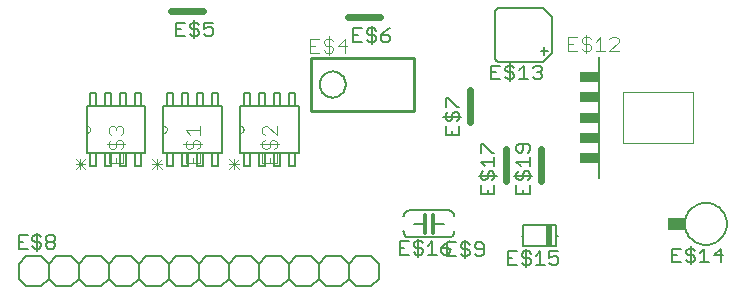
<source format=gto>
G75*
%MOIN*%
%OFA0B0*%
%FSLAX24Y24*%
%IPPOS*%
%LPD*%
%AMOC8*
5,1,8,0,0,1.08239X$1,22.5*
%
%ADD10C,0.0100*%
%ADD11C,0.0060*%
%ADD12C,0.0040*%
%ADD13C,0.0080*%
%ADD14R,0.0660X0.0380*%
%ADD15C,0.0038*%
%ADD16C,0.0050*%
%ADD17R,0.0200X0.0700*%
%ADD18C,0.0240*%
%ADD19R,0.0540X0.0420*%
%ADD20C,0.0120*%
%ADD21C,0.0000*%
%ADD22C,0.0030*%
D10*
X032429Y020401D02*
X032429Y022173D01*
X035854Y022173D01*
X035854Y020401D01*
X032429Y020401D01*
D11*
X022919Y014567D02*
X022669Y014817D01*
X022669Y015317D01*
X022919Y015567D01*
X023419Y015567D01*
X023669Y015317D01*
X023919Y015567D01*
X024419Y015567D01*
X024669Y015317D01*
X024669Y014817D01*
X024419Y014567D01*
X023919Y014567D01*
X023669Y014817D01*
X023419Y014567D01*
X022919Y014567D01*
X023669Y014817D02*
X023669Y015317D01*
X024669Y015317D02*
X024919Y015567D01*
X025419Y015567D01*
X025669Y015317D01*
X025919Y015567D01*
X026419Y015567D01*
X026669Y015317D01*
X026919Y015567D01*
X027419Y015567D01*
X027669Y015317D01*
X027669Y014817D01*
X027419Y014567D01*
X026919Y014567D01*
X026669Y014817D01*
X026419Y014567D01*
X025919Y014567D01*
X025669Y014817D01*
X025419Y014567D01*
X024919Y014567D01*
X024669Y014817D01*
X025669Y014817D02*
X025669Y015317D01*
X026669Y015317D02*
X026669Y014817D01*
X027669Y014817D02*
X027919Y014567D01*
X028419Y014567D01*
X028669Y014817D01*
X028919Y014567D01*
X029419Y014567D01*
X029669Y014817D01*
X029919Y014567D01*
X030419Y014567D01*
X030669Y014817D01*
X030669Y015317D01*
X030419Y015567D01*
X029919Y015567D01*
X029669Y015317D01*
X029669Y014817D01*
X029669Y015317D02*
X029419Y015567D01*
X028919Y015567D01*
X028669Y015317D01*
X028669Y014817D01*
X028669Y015317D02*
X028419Y015567D01*
X027919Y015567D01*
X027669Y015317D01*
X030669Y015317D02*
X030919Y015567D01*
X031419Y015567D01*
X031669Y015317D01*
X031919Y015567D01*
X032419Y015567D01*
X032669Y015317D01*
X032919Y015567D01*
X033419Y015567D01*
X033669Y015317D01*
X033919Y015567D01*
X034419Y015567D01*
X034669Y015317D01*
X034669Y014817D01*
X034419Y014567D01*
X033919Y014567D01*
X033669Y014817D01*
X033419Y014567D01*
X032919Y014567D01*
X032669Y014817D01*
X032419Y014567D01*
X031919Y014567D01*
X031669Y014817D01*
X031419Y014567D01*
X030919Y014567D01*
X030669Y014817D01*
X031669Y014817D02*
X031669Y015317D01*
X032669Y015317D02*
X032669Y014817D01*
X033669Y014817D02*
X033669Y015317D01*
X035696Y016191D02*
X036996Y016191D01*
X037022Y016193D01*
X037048Y016198D01*
X037073Y016206D01*
X037096Y016218D01*
X037118Y016232D01*
X037137Y016250D01*
X037155Y016269D01*
X037169Y016291D01*
X037181Y016314D01*
X037189Y016339D01*
X037194Y016365D01*
X037196Y016391D01*
X036846Y016641D02*
X036466Y016641D01*
X036216Y016641D02*
X035846Y016641D01*
X035496Y016391D02*
X035498Y016365D01*
X035503Y016339D01*
X035511Y016314D01*
X035523Y016291D01*
X035537Y016269D01*
X035555Y016250D01*
X035574Y016232D01*
X035596Y016218D01*
X035619Y016206D01*
X035644Y016198D01*
X035670Y016193D01*
X035696Y016191D01*
X035496Y016891D02*
X035498Y016917D01*
X035503Y016943D01*
X035511Y016968D01*
X035523Y016991D01*
X035537Y017013D01*
X035555Y017032D01*
X035574Y017050D01*
X035596Y017064D01*
X035619Y017076D01*
X035644Y017084D01*
X035670Y017089D01*
X035696Y017091D01*
X036996Y017091D01*
X037022Y017089D01*
X037048Y017084D01*
X037073Y017076D01*
X037096Y017064D01*
X037118Y017050D01*
X037137Y017032D01*
X037155Y017013D01*
X037169Y016991D01*
X037181Y016968D01*
X037189Y016943D01*
X037194Y016917D01*
X037196Y016891D01*
X039497Y016598D02*
X039497Y016248D01*
X039497Y015898D01*
X040597Y015898D01*
X040597Y016248D01*
X040597Y016598D01*
X039497Y016598D01*
X039497Y016248D02*
X039447Y016248D01*
X040597Y016248D02*
X040647Y016248D01*
X044874Y016641D02*
X044876Y016693D01*
X044882Y016745D01*
X044892Y016797D01*
X044905Y016847D01*
X044922Y016897D01*
X044943Y016945D01*
X044968Y016991D01*
X044996Y017035D01*
X045027Y017077D01*
X045061Y017117D01*
X045098Y017154D01*
X045138Y017188D01*
X045180Y017219D01*
X045224Y017247D01*
X045270Y017272D01*
X045318Y017293D01*
X045368Y017310D01*
X045418Y017323D01*
X045470Y017333D01*
X045522Y017339D01*
X045574Y017341D01*
X045626Y017339D01*
X045678Y017333D01*
X045730Y017323D01*
X045780Y017310D01*
X045830Y017293D01*
X045878Y017272D01*
X045924Y017247D01*
X045968Y017219D01*
X046010Y017188D01*
X046050Y017154D01*
X046087Y017117D01*
X046121Y017077D01*
X046152Y017035D01*
X046180Y016991D01*
X046205Y016945D01*
X046226Y016897D01*
X046243Y016847D01*
X046256Y016797D01*
X046266Y016745D01*
X046272Y016693D01*
X046274Y016641D01*
X046272Y016589D01*
X046266Y016537D01*
X046256Y016485D01*
X046243Y016435D01*
X046226Y016385D01*
X046205Y016337D01*
X046180Y016291D01*
X046152Y016247D01*
X046121Y016205D01*
X046087Y016165D01*
X046050Y016128D01*
X046010Y016094D01*
X045968Y016063D01*
X045924Y016035D01*
X045878Y016010D01*
X045830Y015989D01*
X045780Y015972D01*
X045730Y015959D01*
X045678Y015949D01*
X045626Y015943D01*
X045574Y015941D01*
X045522Y015943D01*
X045470Y015949D01*
X045418Y015959D01*
X045368Y015972D01*
X045318Y015989D01*
X045270Y016010D01*
X045224Y016035D01*
X045180Y016063D01*
X045138Y016094D01*
X045098Y016128D01*
X045061Y016165D01*
X045027Y016205D01*
X044996Y016247D01*
X044968Y016291D01*
X044943Y016337D01*
X044922Y016385D01*
X044905Y016435D01*
X044892Y016485D01*
X044882Y016537D01*
X044876Y016589D01*
X044874Y016641D01*
X040146Y022041D02*
X038696Y022041D01*
X038673Y022043D01*
X038650Y022048D01*
X038628Y022057D01*
X038608Y022070D01*
X038590Y022085D01*
X038575Y022103D01*
X038562Y022123D01*
X038553Y022145D01*
X038548Y022168D01*
X038546Y022191D01*
X038546Y023691D01*
X038548Y023714D01*
X038553Y023737D01*
X038562Y023759D01*
X038575Y023779D01*
X038590Y023797D01*
X038608Y023812D01*
X038628Y023825D01*
X038650Y023834D01*
X038673Y023839D01*
X038696Y023841D01*
X040146Y023841D01*
X040446Y023541D01*
X040446Y022341D01*
X040146Y022041D01*
X040196Y022281D02*
X040196Y022531D01*
X040066Y022401D02*
X040326Y022401D01*
X032703Y021287D02*
X032705Y021328D01*
X032711Y021369D01*
X032721Y021409D01*
X032734Y021448D01*
X032751Y021486D01*
X032772Y021522D01*
X032796Y021555D01*
X032823Y021586D01*
X032853Y021615D01*
X032885Y021641D01*
X032920Y021663D01*
X032957Y021682D01*
X032995Y021697D01*
X033035Y021709D01*
X033075Y021717D01*
X033116Y021721D01*
X033158Y021721D01*
X033199Y021717D01*
X033239Y021709D01*
X033279Y021697D01*
X033317Y021682D01*
X033354Y021663D01*
X033389Y021641D01*
X033421Y021615D01*
X033451Y021586D01*
X033478Y021555D01*
X033502Y021522D01*
X033523Y021486D01*
X033540Y021448D01*
X033553Y021409D01*
X033563Y021369D01*
X033569Y021328D01*
X033571Y021287D01*
X033569Y021246D01*
X033563Y021205D01*
X033553Y021165D01*
X033540Y021126D01*
X033523Y021088D01*
X033502Y021052D01*
X033478Y021019D01*
X033451Y020988D01*
X033421Y020959D01*
X033389Y020933D01*
X033354Y020911D01*
X033317Y020892D01*
X033279Y020877D01*
X033239Y020865D01*
X033199Y020857D01*
X033158Y020853D01*
X033116Y020853D01*
X033075Y020857D01*
X033035Y020865D01*
X032995Y020877D01*
X032957Y020892D01*
X032920Y020911D01*
X032885Y020933D01*
X032853Y020959D01*
X032823Y020988D01*
X032796Y021019D01*
X032772Y021052D01*
X032751Y021088D01*
X032734Y021126D01*
X032721Y021165D01*
X032711Y021205D01*
X032705Y021246D01*
X032703Y021287D01*
X031881Y021011D02*
X031881Y020571D01*
X031681Y020571D01*
X031681Y021011D01*
X031881Y021011D01*
X032011Y020571D02*
X030051Y020571D01*
X030051Y019671D01*
X030051Y019011D01*
X032011Y019011D01*
X032011Y020571D01*
X031381Y020571D02*
X031381Y021011D01*
X031181Y021011D01*
X031181Y020571D01*
X031381Y020571D01*
X030881Y020571D02*
X030881Y021011D01*
X030681Y021011D01*
X030681Y020571D01*
X030881Y020571D01*
X030381Y020571D02*
X030381Y021011D01*
X030181Y021011D01*
X030181Y020571D01*
X030381Y020571D01*
X029452Y020571D02*
X027492Y020571D01*
X027492Y019671D01*
X027492Y019011D01*
X029452Y019011D01*
X029452Y020571D01*
X029322Y020571D02*
X029322Y021011D01*
X029122Y021011D01*
X029122Y020571D01*
X029322Y020571D01*
X028822Y020571D02*
X028822Y021011D01*
X028622Y021011D01*
X028622Y020571D01*
X028822Y020571D01*
X028322Y020571D02*
X028322Y021011D01*
X028122Y021011D01*
X028122Y020571D01*
X028322Y020571D01*
X027822Y020571D02*
X027822Y021011D01*
X027622Y021011D01*
X027622Y020571D01*
X027822Y020571D01*
X026893Y020571D02*
X024933Y020571D01*
X024933Y019671D01*
X024933Y019011D01*
X026893Y019011D01*
X026893Y020571D01*
X026763Y020571D02*
X026763Y021011D01*
X026563Y021011D01*
X026563Y020571D01*
X026763Y020571D01*
X026263Y020571D02*
X026263Y021011D01*
X026063Y021011D01*
X026063Y020571D01*
X026263Y020571D01*
X025763Y020571D02*
X025763Y021011D01*
X025563Y021011D01*
X025563Y020571D01*
X025763Y020571D01*
X025263Y020571D02*
X025263Y021011D01*
X025063Y021011D01*
X025063Y020571D01*
X025263Y020571D01*
X025263Y019011D02*
X025263Y018571D01*
X025063Y018571D01*
X025063Y019011D01*
X025263Y019011D01*
X025563Y019011D02*
X025563Y018571D01*
X025763Y018571D01*
X025763Y019011D01*
X025563Y019011D01*
X026063Y019011D02*
X026063Y018571D01*
X026263Y018571D01*
X026263Y019011D01*
X026063Y019011D01*
X026563Y019011D02*
X026563Y018571D01*
X026763Y018571D01*
X026763Y019011D01*
X026563Y019011D01*
X027622Y019011D02*
X027622Y018571D01*
X027822Y018571D01*
X027822Y019011D01*
X027622Y019011D01*
X028122Y019011D02*
X028122Y018571D01*
X028322Y018571D01*
X028322Y019011D01*
X028122Y019011D01*
X028622Y019011D02*
X028622Y018571D01*
X028822Y018571D01*
X028822Y019011D01*
X028622Y019011D01*
X029122Y019011D02*
X029122Y018571D01*
X029322Y018571D01*
X029322Y019011D01*
X029122Y019011D01*
X030181Y019011D02*
X030181Y018571D01*
X030381Y018571D01*
X030381Y019011D01*
X030181Y019011D01*
X030681Y019011D02*
X030681Y018571D01*
X030881Y018571D01*
X030881Y019011D01*
X030681Y019011D01*
X031181Y019011D02*
X031181Y018571D01*
X031381Y018571D01*
X031381Y019011D01*
X031181Y019011D01*
X031681Y019011D02*
X031681Y018571D01*
X031881Y018571D01*
X031881Y019011D01*
X031681Y019011D01*
D12*
X032390Y022350D02*
X032697Y022350D01*
X032850Y022427D02*
X032927Y022350D01*
X033080Y022350D01*
X033157Y022427D01*
X033157Y022504D01*
X033080Y022581D01*
X032927Y022581D01*
X032850Y022657D01*
X032850Y022734D01*
X032927Y022811D01*
X033080Y022811D01*
X033157Y022734D01*
X033004Y022887D02*
X033004Y022274D01*
X033310Y022581D02*
X033541Y022811D01*
X033541Y022350D01*
X033617Y022581D02*
X033310Y022581D01*
X032697Y022811D02*
X032390Y022811D01*
X032390Y022350D01*
X032390Y022581D02*
X032543Y022581D01*
X040978Y022635D02*
X041132Y022635D01*
X041285Y022865D02*
X040978Y022865D01*
X040978Y022405D01*
X041285Y022405D01*
X041439Y022481D02*
X041515Y022405D01*
X041669Y022405D01*
X041746Y022481D01*
X041746Y022558D01*
X041669Y022635D01*
X041515Y022635D01*
X041439Y022712D01*
X041439Y022788D01*
X041515Y022865D01*
X041669Y022865D01*
X041746Y022788D01*
X041899Y022712D02*
X042053Y022865D01*
X042053Y022405D01*
X042206Y022405D02*
X041899Y022405D01*
X041592Y022328D02*
X041592Y022942D01*
X042360Y022788D02*
X042436Y022865D01*
X042590Y022865D01*
X042666Y022788D01*
X042666Y022712D01*
X042360Y022405D01*
X042666Y022405D01*
D13*
X042024Y022190D02*
X042024Y018179D01*
D14*
X041728Y018845D03*
X041728Y019515D03*
X041728Y020185D03*
X041728Y020855D03*
X041728Y021525D03*
D15*
X042798Y021042D02*
X045141Y021042D01*
X045141Y019327D01*
X042798Y019327D01*
X042798Y021042D01*
D16*
X040111Y021541D02*
X040035Y021466D01*
X039885Y021466D01*
X039810Y021541D01*
X039650Y021466D02*
X039350Y021466D01*
X039500Y021466D02*
X039500Y021916D01*
X039350Y021766D01*
X039190Y021841D02*
X039115Y021916D01*
X038965Y021916D01*
X038889Y021841D01*
X038889Y021766D01*
X038965Y021691D01*
X039115Y021691D01*
X039190Y021616D01*
X039190Y021541D01*
X039115Y021466D01*
X038965Y021466D01*
X038889Y021541D01*
X038729Y021466D02*
X038429Y021466D01*
X038429Y021916D01*
X038729Y021916D01*
X038579Y021691D02*
X038429Y021691D01*
X039040Y021991D02*
X039040Y021390D01*
X039810Y021841D02*
X039885Y021916D01*
X040035Y021916D01*
X040111Y021841D01*
X040111Y021766D01*
X040035Y021691D01*
X040111Y021616D01*
X040111Y021541D01*
X040035Y021691D02*
X039960Y021691D01*
X037349Y020524D02*
X037274Y020524D01*
X036974Y020824D01*
X036899Y020824D01*
X036899Y020524D01*
X036974Y020364D02*
X036899Y020289D01*
X036899Y020139D01*
X036974Y020064D01*
X037049Y020064D01*
X037124Y020139D01*
X037124Y020289D01*
X037199Y020364D01*
X037274Y020364D01*
X037349Y020289D01*
X037349Y020139D01*
X037274Y020064D01*
X037349Y019904D02*
X037349Y019603D01*
X036899Y019603D01*
X036899Y019904D01*
X037124Y019753D02*
X037124Y019603D01*
X036824Y020214D02*
X037424Y020214D01*
X038080Y019316D02*
X038155Y019316D01*
X038455Y019016D01*
X038530Y019016D01*
X038530Y018856D02*
X038530Y018556D01*
X038530Y018706D02*
X038080Y018706D01*
X038230Y018556D01*
X038155Y018395D02*
X038080Y018320D01*
X038080Y018170D01*
X038155Y018095D01*
X038230Y018095D01*
X038305Y018170D01*
X038305Y018320D01*
X038380Y018395D01*
X038455Y018395D01*
X038530Y018320D01*
X038530Y018170D01*
X038455Y018095D01*
X038530Y017935D02*
X038530Y017635D01*
X038080Y017635D01*
X038080Y017935D01*
X038305Y017785D02*
X038305Y017635D01*
X038005Y018245D02*
X038605Y018245D01*
X039186Y018245D02*
X039786Y018245D01*
X039711Y018170D02*
X039711Y018320D01*
X039636Y018395D01*
X039561Y018395D01*
X039486Y018320D01*
X039486Y018170D01*
X039411Y018095D01*
X039336Y018095D01*
X039261Y018170D01*
X039261Y018320D01*
X039336Y018395D01*
X039411Y018556D02*
X039261Y018706D01*
X039711Y018706D01*
X039711Y018556D02*
X039711Y018856D01*
X039636Y019016D02*
X039711Y019091D01*
X039711Y019241D01*
X039636Y019316D01*
X039336Y019316D01*
X039261Y019241D01*
X039261Y019091D01*
X039336Y019016D01*
X039411Y019016D01*
X039486Y019091D01*
X039486Y019316D01*
X039711Y018170D02*
X039636Y018095D01*
X039711Y017935D02*
X039711Y017635D01*
X039261Y017635D01*
X039261Y017935D01*
X039486Y017785D02*
X039486Y017635D01*
X038080Y019016D02*
X038080Y019316D01*
X037554Y016101D02*
X037554Y015500D01*
X037629Y015575D02*
X037704Y015650D01*
X037704Y015725D01*
X037629Y015801D01*
X037479Y015801D01*
X037404Y015876D01*
X037404Y015951D01*
X037479Y016026D01*
X037629Y016026D01*
X037704Y015951D01*
X037864Y015951D02*
X037864Y015876D01*
X037939Y015801D01*
X038164Y015801D01*
X038164Y015951D02*
X038089Y016026D01*
X037939Y016026D01*
X037864Y015951D01*
X038164Y015951D02*
X038164Y015650D01*
X038089Y015575D01*
X037939Y015575D01*
X037864Y015650D01*
X037629Y015575D02*
X037479Y015575D01*
X037404Y015650D01*
X037244Y015575D02*
X036943Y015575D01*
X036943Y016026D01*
X037244Y016026D01*
X037061Y016067D02*
X036911Y015992D01*
X036761Y015842D01*
X036986Y015842D01*
X037061Y015766D01*
X037061Y015691D01*
X036986Y015616D01*
X036836Y015616D01*
X036761Y015691D01*
X036761Y015842D01*
X036943Y015801D02*
X037094Y015801D01*
X036601Y015616D02*
X036300Y015616D01*
X036450Y015616D02*
X036450Y016067D01*
X036300Y015917D01*
X036140Y015992D02*
X036065Y016067D01*
X035915Y016067D01*
X035840Y015992D01*
X035840Y015917D01*
X035915Y015842D01*
X036065Y015842D01*
X036140Y015766D01*
X036140Y015691D01*
X036065Y015616D01*
X035915Y015616D01*
X035840Y015691D01*
X035680Y015616D02*
X035379Y015616D01*
X035379Y016067D01*
X035680Y016067D01*
X035530Y015842D02*
X035379Y015842D01*
X035990Y016142D02*
X035990Y015541D01*
X038980Y015498D02*
X039130Y015498D01*
X038980Y015723D02*
X038980Y015273D01*
X039281Y015273D01*
X039441Y015348D02*
X039516Y015273D01*
X039666Y015273D01*
X039741Y015348D01*
X039741Y015423D01*
X039666Y015498D01*
X039516Y015498D01*
X039441Y015573D01*
X039441Y015648D01*
X039516Y015723D01*
X039666Y015723D01*
X039741Y015648D01*
X039901Y015573D02*
X040051Y015723D01*
X040051Y015273D01*
X039901Y015273D02*
X040201Y015273D01*
X040361Y015348D02*
X040437Y015273D01*
X040587Y015273D01*
X040662Y015348D01*
X040662Y015498D01*
X040587Y015573D01*
X040512Y015573D01*
X040361Y015498D01*
X040361Y015723D01*
X040662Y015723D01*
X039591Y015798D02*
X039591Y015198D01*
X039281Y015723D02*
X038980Y015723D01*
X044458Y015817D02*
X044458Y015366D01*
X044758Y015366D01*
X044918Y015441D02*
X044993Y015366D01*
X045143Y015366D01*
X045218Y015441D01*
X045218Y015516D01*
X045143Y015592D01*
X044993Y015592D01*
X044918Y015667D01*
X044918Y015742D01*
X044993Y015817D01*
X045143Y015817D01*
X045218Y015742D01*
X045379Y015667D02*
X045529Y015817D01*
X045529Y015366D01*
X045379Y015366D02*
X045679Y015366D01*
X045839Y015592D02*
X046139Y015592D01*
X046064Y015817D02*
X045839Y015592D01*
X046064Y015366D02*
X046064Y015817D01*
X045068Y015892D02*
X045068Y015291D01*
X044608Y015592D02*
X044458Y015592D01*
X044458Y015817D02*
X044758Y015817D01*
X035046Y022781D02*
X035046Y022856D01*
X034971Y022931D01*
X034745Y022931D01*
X034745Y022781D01*
X034820Y022706D01*
X034971Y022706D01*
X035046Y022781D01*
X034895Y023081D02*
X034745Y022931D01*
X034585Y022856D02*
X034510Y022931D01*
X034360Y022931D01*
X034285Y023006D01*
X034285Y023081D01*
X034360Y023156D01*
X034510Y023156D01*
X034585Y023081D01*
X034435Y023232D02*
X034435Y022631D01*
X034360Y022706D02*
X034510Y022706D01*
X034585Y022781D01*
X034585Y022856D01*
X034360Y022706D02*
X034285Y022781D01*
X034125Y022706D02*
X033825Y022706D01*
X033825Y023156D01*
X034125Y023156D01*
X033975Y022931D02*
X033825Y022931D01*
X034895Y023081D02*
X035046Y023156D01*
X029140Y023128D02*
X029140Y022978D01*
X029065Y022903D01*
X028915Y022903D01*
X028840Y022978D01*
X028840Y023128D02*
X028990Y023203D01*
X029065Y023203D01*
X029140Y023128D01*
X029140Y023353D02*
X028840Y023353D01*
X028840Y023128D01*
X028680Y023053D02*
X028605Y023128D01*
X028454Y023128D01*
X028379Y023203D01*
X028379Y023278D01*
X028454Y023353D01*
X028605Y023353D01*
X028680Y023278D01*
X028530Y023428D02*
X028530Y022828D01*
X028605Y022903D02*
X028680Y022978D01*
X028680Y023053D01*
X028605Y022903D02*
X028454Y022903D01*
X028379Y022978D01*
X028219Y022903D02*
X027919Y022903D01*
X027919Y023353D01*
X028219Y023353D01*
X028069Y023128D02*
X027919Y023128D01*
X023810Y016262D02*
X023885Y016187D01*
X023885Y016112D01*
X023810Y016037D01*
X023660Y016037D01*
X023585Y016112D01*
X023585Y016187D01*
X023660Y016262D01*
X023810Y016262D01*
X023810Y016037D02*
X023885Y015962D01*
X023885Y015887D01*
X023810Y015812D01*
X023660Y015812D01*
X023585Y015887D01*
X023585Y015962D01*
X023660Y016037D01*
X023425Y015962D02*
X023349Y016037D01*
X023199Y016037D01*
X023124Y016112D01*
X023124Y016187D01*
X023199Y016262D01*
X023349Y016262D01*
X023425Y016187D01*
X023274Y016337D02*
X023274Y015736D01*
X023199Y015812D02*
X023349Y015812D01*
X023425Y015887D01*
X023425Y015962D01*
X023199Y015812D02*
X023124Y015887D01*
X022964Y015812D02*
X022664Y015812D01*
X022664Y016262D01*
X022964Y016262D01*
X022814Y016037D02*
X022664Y016037D01*
D17*
X040347Y016248D03*
D18*
X040086Y018080D02*
X040086Y019140D01*
X038905Y019140D02*
X038905Y018080D01*
X037724Y020048D02*
X037724Y021108D01*
X034711Y023531D02*
X033651Y023531D01*
X028805Y023728D02*
X027745Y023728D01*
D19*
X044594Y016641D03*
D20*
X036466Y016641D02*
X036466Y016341D01*
X036216Y016341D02*
X036216Y016641D01*
X036216Y016941D01*
X036466Y016941D02*
X036466Y016641D01*
D21*
X030051Y019671D02*
X030072Y019674D01*
X030092Y019680D01*
X030110Y019690D01*
X030127Y019702D01*
X030141Y019718D01*
X030152Y019735D01*
X030160Y019755D01*
X030165Y019775D01*
X030166Y019796D01*
X030163Y019817D01*
X030157Y019837D01*
X030147Y019855D01*
X030135Y019872D01*
X030119Y019886D01*
X030102Y019897D01*
X030082Y019905D01*
X030062Y019910D01*
X030041Y019911D01*
X027482Y019911D02*
X027503Y019910D01*
X027523Y019905D01*
X027543Y019897D01*
X027560Y019886D01*
X027576Y019872D01*
X027588Y019855D01*
X027598Y019837D01*
X027604Y019817D01*
X027607Y019796D01*
X027606Y019775D01*
X027601Y019755D01*
X027593Y019735D01*
X027582Y019718D01*
X027568Y019702D01*
X027551Y019690D01*
X027533Y019680D01*
X027513Y019674D01*
X027492Y019671D01*
X024933Y019671D02*
X024954Y019674D01*
X024974Y019680D01*
X024992Y019690D01*
X025009Y019702D01*
X025023Y019718D01*
X025034Y019735D01*
X025042Y019755D01*
X025047Y019775D01*
X025048Y019796D01*
X025045Y019817D01*
X025039Y019837D01*
X025029Y019855D01*
X025017Y019872D01*
X025001Y019886D01*
X024984Y019897D01*
X024964Y019905D01*
X024944Y019910D01*
X024923Y019911D01*
D22*
X025678Y019832D02*
X025756Y019910D01*
X025834Y019910D01*
X025913Y019832D01*
X025991Y019910D01*
X026070Y019910D01*
X026148Y019832D01*
X026148Y019675D01*
X026070Y019597D01*
X026070Y019450D02*
X025991Y019450D01*
X025913Y019372D01*
X025913Y019215D01*
X025834Y019136D01*
X025756Y019136D01*
X025678Y019215D01*
X025678Y019372D01*
X025756Y019450D01*
X025756Y019597D02*
X025678Y019675D01*
X025678Y019832D01*
X025913Y019832D02*
X025913Y019754D01*
X026070Y019450D02*
X026148Y019372D01*
X026148Y019215D01*
X026070Y019136D01*
X026148Y018990D02*
X026148Y018676D01*
X025678Y018676D01*
X025678Y018990D01*
X025913Y018833D02*
X025913Y018676D01*
X026226Y019293D02*
X025599Y019293D01*
X024880Y018800D02*
X024566Y018486D01*
X024566Y018643D02*
X024880Y018643D01*
X024880Y018486D02*
X024566Y018800D01*
X024723Y018800D02*
X024723Y018486D01*
X027125Y018486D02*
X027439Y018800D01*
X027282Y018800D02*
X027282Y018486D01*
X027439Y018486D02*
X027125Y018800D01*
X027125Y018643D02*
X027439Y018643D01*
X028237Y018676D02*
X028237Y018990D01*
X028315Y019136D02*
X028237Y019215D01*
X028237Y019372D01*
X028315Y019450D01*
X028393Y019597D02*
X028237Y019754D01*
X028707Y019754D01*
X028707Y019910D02*
X028707Y019597D01*
X028629Y019450D02*
X028550Y019450D01*
X028472Y019372D01*
X028472Y019215D01*
X028393Y019136D01*
X028315Y019136D01*
X028158Y019293D02*
X028785Y019293D01*
X028707Y019215D02*
X028707Y019372D01*
X028629Y019450D01*
X028707Y019215D02*
X028629Y019136D01*
X028707Y018990D02*
X028707Y018676D01*
X028237Y018676D01*
X028472Y018676D02*
X028472Y018833D01*
X029684Y018800D02*
X029998Y018486D01*
X029998Y018643D02*
X029684Y018643D01*
X029684Y018486D02*
X029998Y018800D01*
X029841Y018800D02*
X029841Y018486D01*
X030796Y018676D02*
X030796Y018990D01*
X030874Y019136D02*
X030796Y019215D01*
X030796Y019372D01*
X030874Y019450D01*
X030874Y019597D02*
X030796Y019675D01*
X030796Y019832D01*
X030874Y019910D01*
X030953Y019910D01*
X031266Y019597D01*
X031266Y019910D01*
X031188Y019450D02*
X031109Y019450D01*
X031031Y019372D01*
X031031Y019215D01*
X030953Y019136D01*
X030874Y019136D01*
X030717Y019293D02*
X031345Y019293D01*
X031266Y019215D02*
X031266Y019372D01*
X031188Y019450D01*
X031266Y019215D02*
X031188Y019136D01*
X031266Y018990D02*
X031266Y018676D01*
X030796Y018676D01*
X031031Y018676D02*
X031031Y018833D01*
M02*

</source>
